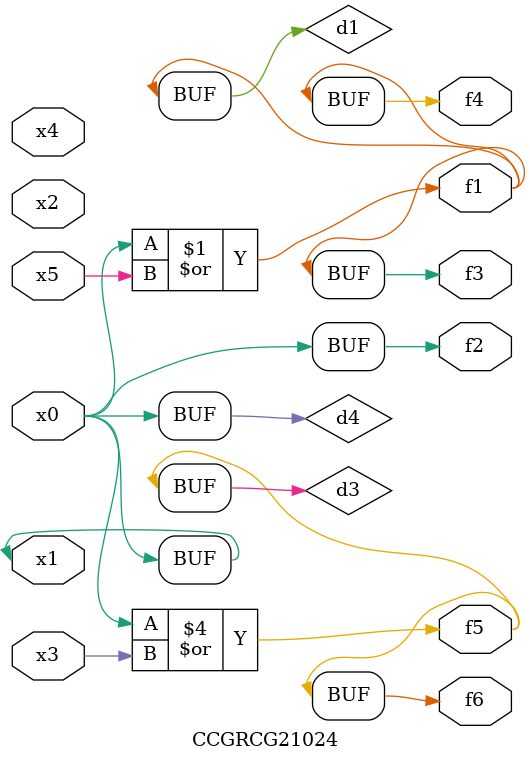
<source format=v>
module CCGRCG21024(
	input x0, x1, x2, x3, x4, x5,
	output f1, f2, f3, f4, f5, f6
);

	wire d1, d2, d3, d4;

	or (d1, x0, x5);
	xnor (d2, x1, x4);
	or (d3, x0, x3);
	buf (d4, x0, x1);
	assign f1 = d1;
	assign f2 = d4;
	assign f3 = d1;
	assign f4 = d1;
	assign f5 = d3;
	assign f6 = d3;
endmodule

</source>
